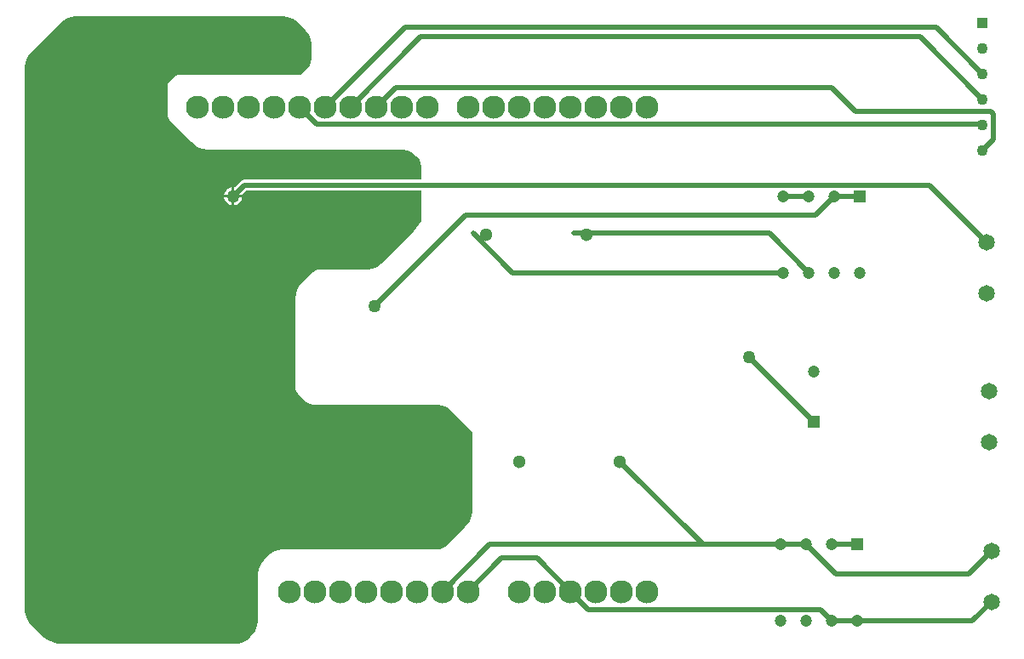
<source format=gbr>
G04*
G04 #@! TF.GenerationSoftware,Altium Limited,Altium Designer,24.10.1 (45)*
G04*
G04 Layer_Physical_Order=2*
G04 Layer_Color=16711680*
%FSLAX44Y44*%
%MOMM*%
G71*
G04*
G04 #@! TF.SameCoordinates,6965692F-E9A8-49B1-8EC0-743354621B2D*
G04*
G04*
G04 #@! TF.FilePolarity,Positive*
G04*
G01*
G75*
%ADD30C,0.5080*%
%ADD31C,1.3000*%
%ADD32C,2.3000*%
%ADD33R,1.1000X1.1000*%
%ADD34C,1.1000*%
%ADD35C,1.6500*%
%ADD36R,1.2000X1.2000*%
%ADD37C,1.2000*%
%ADD38C,1.2700*%
G36*
X873823Y1086779D02*
X878445Y1084864D01*
X882606Y1082085D01*
X884374Y1080315D01*
X884374Y1080315D01*
X891584Y1073105D01*
X894364Y1068945D01*
X896279Y1064323D01*
X897255Y1059416D01*
Y1044335D01*
X896666Y1041373D01*
X895510Y1038583D01*
X893833Y1036073D01*
X888063Y1030303D01*
X887353Y1029828D01*
X886564Y1029502D01*
X885726Y1029335D01*
X767715D01*
X766513Y1029276D01*
X764155Y1028807D01*
X761934Y1027887D01*
X759935Y1026551D01*
X759043Y1025743D01*
X753745Y1020445D01*
Y989965D01*
X753789Y989063D01*
X754141Y987295D01*
X754831Y985629D01*
X755833Y984130D01*
X756439Y983461D01*
X778055Y961844D01*
X779902Y960171D01*
X784043Y957404D01*
X788643Y955499D01*
X793526Y954527D01*
X796016Y954405D01*
X988200D01*
X992389Y953572D01*
X996334Y951937D01*
X999885Y949565D01*
X1001395Y948055D01*
X1002603Y946847D01*
X1004501Y944006D01*
X1005808Y940850D01*
X1006475Y937499D01*
Y924406D01*
X830326D01*
X828344Y924011D01*
X826664Y922888D01*
X820632Y916857D01*
X820420Y916913D01*
Y909320D01*
X828013D01*
X827957Y909532D01*
X832471Y914046D01*
X1006475D01*
Y883285D01*
X998855Y873125D01*
X968195Y842465D01*
X966425Y840695D01*
X962265Y837916D01*
X957643Y836001D01*
X952736Y835025D01*
X904875D01*
X903973Y834981D01*
X902477Y834683D01*
X902205Y834629D01*
X902205Y834629D01*
X900539Y833939D01*
X900539Y833939D01*
X899040Y832937D01*
X898371Y832331D01*
X898371Y832331D01*
Y832331D01*
X888185Y822144D01*
X886510Y820298D01*
X883744Y816157D01*
X881839Y811557D01*
X880867Y806674D01*
X880745Y804184D01*
Y719455D01*
X880804Y718253D01*
X881273Y715895D01*
X882193Y713674D01*
X882194Y713672D01*
X883529Y711675D01*
X884337Y710783D01*
X884337Y710783D01*
X884337Y710783D01*
X890905Y704215D01*
X891851Y703358D01*
X893971Y701941D01*
X896327Y700965D01*
X898828Y700468D01*
X900103Y700405D01*
X1022586D01*
X1027493Y699429D01*
X1032115Y697514D01*
X1036275Y694734D01*
X1038045Y692965D01*
X1038045Y692965D01*
X1057275Y673735D01*
Y596626D01*
Y594124D01*
X1056299Y589217D01*
X1054384Y584595D01*
X1052954Y582454D01*
X1049836Y578666D01*
X1049836D01*
X1049836Y578666D01*
X1030001Y558831D01*
X1028581Y557882D01*
X1027002Y557228D01*
X1025327Y556895D01*
X870946D01*
X868456Y556773D01*
X863573Y555801D01*
X858973Y553896D01*
X856822Y552459D01*
X854832Y551129D01*
X852986Y549456D01*
X852986Y549456D01*
X852984Y549454D01*
X851355Y547825D01*
X849683Y545980D01*
X849680Y545978D01*
X849559Y545795D01*
X846914Y541837D01*
X845009Y537237D01*
X844037Y532354D01*
X843915Y529864D01*
Y487406D01*
Y484904D01*
X842939Y479997D01*
X841024Y475375D01*
X839594Y473234D01*
X836476Y469446D01*
D01*
X832783Y466096D01*
X830976Y464889D01*
X827820Y463582D01*
X824469Y462915D01*
X644649D01*
X639910Y463858D01*
X635447Y465707D01*
X631429Y468391D01*
X629721Y470099D01*
Y470099D01*
X617855Y481965D01*
X616345Y483475D01*
X613973Y487026D01*
X612338Y490971D01*
X611505Y495160D01*
Y497295D01*
Y1034054D01*
Y1036556D01*
X612481Y1041463D01*
X614396Y1046085D01*
X617175Y1050246D01*
X618945Y1052014D01*
Y1052014D01*
X647245Y1080315D01*
X649015Y1082085D01*
X653175Y1084864D01*
X657797Y1086779D01*
X662704Y1087755D01*
X868916D01*
X873823Y1086779D01*
D02*
G37*
%LPC*%
G36*
X817880Y916913D02*
X815719Y916334D01*
X813691Y915164D01*
X812036Y913509D01*
X810866Y911481D01*
X810287Y909320D01*
X817880D01*
Y916913D01*
D02*
G37*
G36*
X828013Y906780D02*
X820420D01*
Y899187D01*
X822581Y899766D01*
X824609Y900936D01*
X826264Y902591D01*
X827434Y904619D01*
X828013Y906780D01*
D02*
G37*
G36*
X817880D02*
X810287D01*
X810866Y904619D01*
X812036Y902591D01*
X813691Y900936D01*
X815719Y899766D01*
X817880Y899187D01*
Y906780D01*
D02*
G37*
%LPD*%
D30*
X1157910Y871220D02*
X1352550D01*
X1074420Y561340D02*
X1286180D01*
X902208Y979932D02*
X1564640D01*
X1440180Y485140D02*
X1554480D01*
X1573530Y504190D01*
X1332230Y748030D02*
X1397000Y683260D01*
X1511554Y919226D02*
X1568450Y862330D01*
X830326Y919226D02*
X1511554D01*
X819150Y908050D02*
X830326Y919226D01*
X1398270Y889000D02*
X1417320Y908050D01*
X1050290Y889000D02*
X1398270D01*
X960120Y798830D02*
X1050290Y889000D01*
X1027430Y514350D02*
X1074420Y561340D01*
X935990Y996950D02*
X1005840Y1066800D01*
X1502410D01*
X1564640Y1004570D01*
X961390Y996950D02*
X980694Y1016254D01*
X1414526D01*
X1438402Y992378D01*
X1572768D01*
X1575308Y989838D01*
Y964438D02*
Y989838D01*
X1564640Y953770D02*
X1575308Y964438D01*
X1286180Y561340D02*
X1363980D01*
X1203630Y643890D02*
X1286180Y561340D01*
X1352550Y871220D02*
X1391920Y831850D01*
X1097280D02*
X1366520D01*
X1057910Y871220D02*
X1097280Y831850D01*
X1154430Y514350D02*
X1172464Y496316D01*
X1403604D01*
X1414780Y485140D01*
X910590Y996950D02*
X989838Y1076198D01*
X1518412D01*
X1564640Y1029970D01*
X1389380Y561340D02*
X1418590Y532130D01*
X1550670D01*
X1573530Y554990D01*
X1564640Y979170D02*
Y979932D01*
X885190Y996950D02*
X902208Y979932D01*
X1121156Y547624D02*
X1154430Y514350D01*
X1086104Y547624D02*
X1121156D01*
X1052830Y514350D02*
X1086104Y547624D01*
X1414780Y485140D02*
X1440180D01*
X1363980Y561340D02*
X1389380D01*
X1417320Y908050D02*
X1442720D01*
X1414780Y561340D02*
X1440180D01*
X1366520Y908050D02*
X1391920D01*
D31*
X1170610Y869950D02*
D03*
X1070610D02*
D03*
X1103630Y643890D02*
D03*
X1203630D02*
D03*
D32*
X1052830Y996950D02*
D03*
X1078230D02*
D03*
X1103630D02*
D03*
X1129030D02*
D03*
X1154430D02*
D03*
X1179830D02*
D03*
X1205230D02*
D03*
X1230630D02*
D03*
X783590D02*
D03*
X808990D02*
D03*
X834390D02*
D03*
X859790D02*
D03*
X885190D02*
D03*
X910590D02*
D03*
X935990D02*
D03*
X961390D02*
D03*
X986790D02*
D03*
X1012190D02*
D03*
X1230630Y514350D02*
D03*
X1205230D02*
D03*
X1179830D02*
D03*
X1154430D02*
D03*
X1129030D02*
D03*
X1103630D02*
D03*
X1052830D02*
D03*
X1027430D02*
D03*
X1002030D02*
D03*
X976630D02*
D03*
X951230D02*
D03*
X925830D02*
D03*
X900430D02*
D03*
X875030D02*
D03*
D33*
X1564640Y1080770D02*
D03*
D34*
Y1055370D02*
D03*
Y1029970D02*
D03*
Y1004570D02*
D03*
Y979170D02*
D03*
Y953770D02*
D03*
D35*
X1570990Y662940D02*
D03*
Y713740D02*
D03*
X1568450Y811530D02*
D03*
Y862330D02*
D03*
X1573530Y504190D02*
D03*
Y554990D02*
D03*
D36*
X1397000Y683260D02*
D03*
X1442720Y908050D02*
D03*
X1440180Y561340D02*
D03*
D37*
X1397000Y733260D02*
D03*
X1442720Y831850D02*
D03*
X1417320D02*
D03*
X1391920D02*
D03*
X1366520D02*
D03*
Y908050D02*
D03*
X1391920D02*
D03*
X1417320D02*
D03*
X1440180Y485140D02*
D03*
X1414780D02*
D03*
X1389380D02*
D03*
X1363980D02*
D03*
Y561340D02*
D03*
X1389380D02*
D03*
X1414780D02*
D03*
D38*
X1041400Y673100D02*
D03*
X1047750Y660400D02*
D03*
X1041400Y647700D02*
D03*
X1047750Y635000D02*
D03*
X1041400Y622300D02*
D03*
X1047750Y609600D02*
D03*
X1041400Y596900D02*
D03*
X1028700Y673100D02*
D03*
X1035050Y660400D02*
D03*
X1028700Y647700D02*
D03*
X1035050Y635000D02*
D03*
X1028700Y622300D02*
D03*
X1035050Y609600D02*
D03*
X1028700Y596900D02*
D03*
X1035050Y584200D02*
D03*
X1028700Y571500D02*
D03*
X1022350Y685800D02*
D03*
X1016000Y673100D02*
D03*
X1022350Y660400D02*
D03*
X1016000Y647700D02*
D03*
X1022350Y635000D02*
D03*
X1016000Y622300D02*
D03*
X1022350Y609600D02*
D03*
X1016000Y596900D02*
D03*
X1022350Y584200D02*
D03*
X1016000Y571500D02*
D03*
X1009650Y685800D02*
D03*
X1003300Y673100D02*
D03*
X1009650Y660400D02*
D03*
X1003300Y647700D02*
D03*
X1009650Y635000D02*
D03*
X1003300Y622300D02*
D03*
X1009650Y609600D02*
D03*
X1003300Y596900D02*
D03*
X1009650Y584200D02*
D03*
X1003300Y571500D02*
D03*
X990600Y901700D02*
D03*
X996950Y889000D02*
D03*
X990600Y876300D02*
D03*
X996950Y685800D02*
D03*
X990600Y673100D02*
D03*
X996950Y660400D02*
D03*
X990600Y647700D02*
D03*
X996950Y635000D02*
D03*
X990600Y622300D02*
D03*
X996950Y609600D02*
D03*
X990600Y596900D02*
D03*
X996950Y584200D02*
D03*
X990600Y571500D02*
D03*
X984250Y939800D02*
D03*
X977900Y901700D02*
D03*
X984250Y889000D02*
D03*
X977900Y876300D02*
D03*
X984250Y685800D02*
D03*
X977900Y673100D02*
D03*
X984250Y660400D02*
D03*
X977900Y647700D02*
D03*
X984250Y635000D02*
D03*
X977900Y622300D02*
D03*
X984250Y609600D02*
D03*
X977900Y596900D02*
D03*
X984250Y584200D02*
D03*
X977900Y571500D02*
D03*
X971550Y939800D02*
D03*
X965200Y901700D02*
D03*
X971550Y889000D02*
D03*
X965200Y876300D02*
D03*
X971550Y863600D02*
D03*
X965200Y850900D02*
D03*
X971550Y685800D02*
D03*
X965200Y673100D02*
D03*
X971550Y660400D02*
D03*
X965200Y647700D02*
D03*
X971550Y635000D02*
D03*
X965200Y622300D02*
D03*
X971550Y609600D02*
D03*
X965200Y596900D02*
D03*
X971550Y584200D02*
D03*
X965200Y571500D02*
D03*
X958850Y939800D02*
D03*
X952500Y901700D02*
D03*
X958850Y889000D02*
D03*
X952500Y876300D02*
D03*
X958850Y863600D02*
D03*
X952500Y850900D02*
D03*
X958850Y685800D02*
D03*
X952500Y673100D02*
D03*
X958850Y660400D02*
D03*
X952500Y647700D02*
D03*
X958850Y635000D02*
D03*
X952500Y622300D02*
D03*
X958850Y609600D02*
D03*
X952500Y596900D02*
D03*
X958850Y584200D02*
D03*
X952500Y571500D02*
D03*
X946150Y939800D02*
D03*
X939800Y901700D02*
D03*
X946150Y889000D02*
D03*
X939800Y876300D02*
D03*
X946150Y863600D02*
D03*
X939800Y850900D02*
D03*
X946150Y685800D02*
D03*
X939800Y673100D02*
D03*
X946150Y660400D02*
D03*
X939800Y647700D02*
D03*
X946150Y635000D02*
D03*
X939800Y622300D02*
D03*
X946150Y609600D02*
D03*
X939800Y596900D02*
D03*
X946150Y584200D02*
D03*
X939800Y571500D02*
D03*
X933450Y939800D02*
D03*
X927100Y901700D02*
D03*
X933450Y889000D02*
D03*
X927100Y876300D02*
D03*
X933450Y863600D02*
D03*
X927100Y850900D02*
D03*
X933450Y685800D02*
D03*
X927100Y673100D02*
D03*
X933450Y660400D02*
D03*
X927100Y647700D02*
D03*
X933450Y635000D02*
D03*
X927100Y622300D02*
D03*
X933450Y609600D02*
D03*
X927100Y596900D02*
D03*
X933450Y584200D02*
D03*
X927100Y571500D02*
D03*
X920750Y939800D02*
D03*
X914400Y901700D02*
D03*
X920750Y889000D02*
D03*
X914400Y876300D02*
D03*
X920750Y863600D02*
D03*
X914400Y850900D02*
D03*
X920750Y685800D02*
D03*
X914400Y673100D02*
D03*
X920750Y660400D02*
D03*
X914400Y647700D02*
D03*
X920750Y635000D02*
D03*
X914400Y622300D02*
D03*
X920750Y609600D02*
D03*
X914400Y596900D02*
D03*
X920750Y584200D02*
D03*
X914400Y571500D02*
D03*
X908050Y939800D02*
D03*
X901700Y901700D02*
D03*
X908050Y889000D02*
D03*
X901700Y876300D02*
D03*
X908050Y863600D02*
D03*
X901700Y850900D02*
D03*
X908050Y685800D02*
D03*
X901700Y673100D02*
D03*
X908050Y660400D02*
D03*
X901700Y647700D02*
D03*
X908050Y635000D02*
D03*
X901700Y622300D02*
D03*
X908050Y609600D02*
D03*
X901700Y596900D02*
D03*
X908050Y584200D02*
D03*
X901700Y571500D02*
D03*
X895350Y939800D02*
D03*
X889000Y901700D02*
D03*
X895350Y889000D02*
D03*
X889000Y876300D02*
D03*
X895350Y863600D02*
D03*
X889000Y850900D02*
D03*
X895350Y685800D02*
D03*
X889000Y673100D02*
D03*
X895350Y660400D02*
D03*
X889000Y647700D02*
D03*
X895350Y635000D02*
D03*
X889000Y622300D02*
D03*
X895350Y609600D02*
D03*
X889000Y596900D02*
D03*
X895350Y584200D02*
D03*
X889000Y571500D02*
D03*
X882650Y1066800D02*
D03*
X876300Y1054100D02*
D03*
X882650Y1041400D02*
D03*
Y939800D02*
D03*
X876300Y901700D02*
D03*
X882650Y889000D02*
D03*
X876300Y876300D02*
D03*
X882650Y863600D02*
D03*
X876300Y850900D02*
D03*
X882650Y838200D02*
D03*
X876300Y825500D02*
D03*
Y698500D02*
D03*
X882650Y685800D02*
D03*
X876300Y673100D02*
D03*
X882650Y660400D02*
D03*
X876300Y647700D02*
D03*
X882650Y635000D02*
D03*
X876300Y622300D02*
D03*
X882650Y609600D02*
D03*
X876300Y596900D02*
D03*
X882650Y584200D02*
D03*
X876300Y571500D02*
D03*
X863600Y1079500D02*
D03*
X869950Y1066800D02*
D03*
X863600Y1054100D02*
D03*
X869950Y1041400D02*
D03*
Y939800D02*
D03*
X863600Y901700D02*
D03*
X869950Y889000D02*
D03*
X863600Y876300D02*
D03*
X869950Y863600D02*
D03*
X863600Y850900D02*
D03*
Y698500D02*
D03*
X869950Y685800D02*
D03*
X863600Y673100D02*
D03*
X869950Y660400D02*
D03*
X863600Y647700D02*
D03*
X869950Y635000D02*
D03*
X863600Y622300D02*
D03*
X869950Y609600D02*
D03*
X863600Y596900D02*
D03*
X869950Y584200D02*
D03*
X863600Y571500D02*
D03*
X850900Y1079500D02*
D03*
X857250Y1066800D02*
D03*
X850900Y1054100D02*
D03*
X857250Y1041400D02*
D03*
Y939800D02*
D03*
X850900Y901700D02*
D03*
X857250Y889000D02*
D03*
X850900Y876300D02*
D03*
X857250Y863600D02*
D03*
X850900Y850900D02*
D03*
Y698500D02*
D03*
X857250Y685800D02*
D03*
X850900Y673100D02*
D03*
X857250Y660400D02*
D03*
X850900Y647700D02*
D03*
X857250Y635000D02*
D03*
X850900Y622300D02*
D03*
X857250Y609600D02*
D03*
X850900Y596900D02*
D03*
X857250Y584200D02*
D03*
X850900Y571500D02*
D03*
X838200Y1079500D02*
D03*
X844550Y1066800D02*
D03*
X838200Y1054100D02*
D03*
X844550Y1041400D02*
D03*
Y939800D02*
D03*
X838200Y901700D02*
D03*
X844550Y889000D02*
D03*
X838200Y876300D02*
D03*
X844550Y863600D02*
D03*
X838200Y850900D02*
D03*
Y698500D02*
D03*
X844550Y685800D02*
D03*
X838200Y673100D02*
D03*
X844550Y660400D02*
D03*
X838200Y647700D02*
D03*
X844550Y635000D02*
D03*
X838200Y622300D02*
D03*
X844550Y609600D02*
D03*
X838200Y596900D02*
D03*
X844550Y584200D02*
D03*
X838200Y571500D02*
D03*
X844550Y558800D02*
D03*
X838200Y546100D02*
D03*
X825500Y1079500D02*
D03*
X831850Y1066800D02*
D03*
X825500Y1054100D02*
D03*
X831850Y1041400D02*
D03*
Y939800D02*
D03*
Y889000D02*
D03*
Y863600D02*
D03*
X825500Y698500D02*
D03*
X831850Y685800D02*
D03*
X825500Y673100D02*
D03*
X831850Y660400D02*
D03*
X825500Y647700D02*
D03*
X831850Y635000D02*
D03*
X825500Y622300D02*
D03*
X831850Y609600D02*
D03*
X825500Y596900D02*
D03*
X831850Y584200D02*
D03*
X825500Y571500D02*
D03*
X831850Y558800D02*
D03*
X825500Y546100D02*
D03*
X831850Y533400D02*
D03*
X825500Y520700D02*
D03*
X831850Y508000D02*
D03*
X825500Y495300D02*
D03*
X831850Y482600D02*
D03*
X825500Y469900D02*
D03*
X812800Y1079500D02*
D03*
X819150Y1066800D02*
D03*
X812800Y1054100D02*
D03*
X819150Y1041400D02*
D03*
Y939800D02*
D03*
X812800Y927100D02*
D03*
Y698500D02*
D03*
X819150Y685800D02*
D03*
X812800Y673100D02*
D03*
X819150Y660400D02*
D03*
X812800Y647700D02*
D03*
X819150Y635000D02*
D03*
X812800Y622300D02*
D03*
X819150Y609600D02*
D03*
X812800Y596900D02*
D03*
X819150Y584200D02*
D03*
X812800Y571500D02*
D03*
X819150Y558800D02*
D03*
X812800Y546100D02*
D03*
X819150Y533400D02*
D03*
X812800Y520700D02*
D03*
X819150Y508000D02*
D03*
X812800Y495300D02*
D03*
X819150Y482600D02*
D03*
X812800Y469900D02*
D03*
X800100Y1079500D02*
D03*
X806450Y1066800D02*
D03*
X800100Y1054100D02*
D03*
X806450Y1041400D02*
D03*
Y939800D02*
D03*
X800100Y927100D02*
D03*
Y901700D02*
D03*
X806450Y889000D02*
D03*
X800100Y876300D02*
D03*
X806450Y863600D02*
D03*
X800100Y850900D02*
D03*
Y698500D02*
D03*
X806450Y685800D02*
D03*
X800100Y673100D02*
D03*
X806450Y660400D02*
D03*
X800100Y647700D02*
D03*
X806450Y635000D02*
D03*
X800100Y622300D02*
D03*
X806450Y609600D02*
D03*
X800100Y596900D02*
D03*
X806450Y584200D02*
D03*
X800100Y571500D02*
D03*
X806450Y558800D02*
D03*
X800100Y546100D02*
D03*
X806450Y533400D02*
D03*
X800100Y520700D02*
D03*
X806450Y508000D02*
D03*
X800100Y495300D02*
D03*
X806450Y482600D02*
D03*
X800100Y469900D02*
D03*
X787400Y1079500D02*
D03*
X793750Y1066800D02*
D03*
X787400Y1054100D02*
D03*
X793750Y1041400D02*
D03*
Y939800D02*
D03*
X787400Y927100D02*
D03*
X793750Y914400D02*
D03*
X787400Y901700D02*
D03*
X793750Y889000D02*
D03*
X787400Y876300D02*
D03*
X793750Y863600D02*
D03*
X787400Y850900D02*
D03*
Y698500D02*
D03*
X793750Y685800D02*
D03*
X787400Y673100D02*
D03*
X793750Y660400D02*
D03*
X787400Y647700D02*
D03*
X793750Y635000D02*
D03*
X787400Y622300D02*
D03*
X793750Y609600D02*
D03*
X787400Y596900D02*
D03*
X793750Y584200D02*
D03*
X787400Y571500D02*
D03*
X793750Y558800D02*
D03*
X787400Y546100D02*
D03*
X793750Y533400D02*
D03*
X787400Y520700D02*
D03*
X793750Y508000D02*
D03*
X787400Y495300D02*
D03*
X793750Y482600D02*
D03*
X787400Y469900D02*
D03*
X774700Y1079500D02*
D03*
X781050Y1066800D02*
D03*
X774700Y1054100D02*
D03*
X781050Y1041400D02*
D03*
X774700Y952500D02*
D03*
X781050Y939800D02*
D03*
X774700Y927100D02*
D03*
X781050Y914400D02*
D03*
X774700Y901700D02*
D03*
X781050Y889000D02*
D03*
X774700Y876300D02*
D03*
X781050Y863600D02*
D03*
X774700Y850900D02*
D03*
Y698500D02*
D03*
X781050Y685800D02*
D03*
X774700Y673100D02*
D03*
X781050Y660400D02*
D03*
X774700Y647700D02*
D03*
X781050Y635000D02*
D03*
X774700Y622300D02*
D03*
X781050Y609600D02*
D03*
X774700Y596900D02*
D03*
X781050Y584200D02*
D03*
X774700Y571500D02*
D03*
X781050Y558800D02*
D03*
X774700Y546100D02*
D03*
X781050Y533400D02*
D03*
X774700Y520700D02*
D03*
X781050Y508000D02*
D03*
X774700Y495300D02*
D03*
X781050Y482600D02*
D03*
X774700Y469900D02*
D03*
X762000Y1079500D02*
D03*
X768350Y1066800D02*
D03*
X762000Y1054100D02*
D03*
X768350Y1041400D02*
D03*
X762000Y952500D02*
D03*
X768350Y939800D02*
D03*
X762000Y927100D02*
D03*
X768350Y914400D02*
D03*
X762000Y901700D02*
D03*
X768350Y889000D02*
D03*
X762000Y876300D02*
D03*
X768350Y863600D02*
D03*
X762000Y850900D02*
D03*
Y825500D02*
D03*
Y800100D02*
D03*
Y774700D02*
D03*
Y749300D02*
D03*
Y723900D02*
D03*
Y698500D02*
D03*
X768350Y685800D02*
D03*
X762000Y673100D02*
D03*
X768350Y660400D02*
D03*
X762000Y647700D02*
D03*
X768350Y635000D02*
D03*
X762000Y622300D02*
D03*
X768350Y609600D02*
D03*
X762000Y596900D02*
D03*
X768350Y584200D02*
D03*
X762000Y571500D02*
D03*
X768350Y558800D02*
D03*
X762000Y546100D02*
D03*
X768350Y533400D02*
D03*
X762000Y520700D02*
D03*
X768350Y508000D02*
D03*
X762000Y495300D02*
D03*
X768350Y482600D02*
D03*
X762000Y469900D02*
D03*
X749300Y1079500D02*
D03*
X755650Y1066800D02*
D03*
X749300Y1054100D02*
D03*
X755650Y1041400D02*
D03*
X749300Y1028700D02*
D03*
X755650Y965200D02*
D03*
X749300Y952500D02*
D03*
X755650Y939800D02*
D03*
X749300Y927100D02*
D03*
X755650Y914400D02*
D03*
X749300Y901700D02*
D03*
X755650Y889000D02*
D03*
X749300Y876300D02*
D03*
X755650Y863600D02*
D03*
X749300Y850900D02*
D03*
X755650Y838200D02*
D03*
X749300Y825500D02*
D03*
X755650Y812800D02*
D03*
X749300Y800100D02*
D03*
X755650Y787400D02*
D03*
X749300Y774700D02*
D03*
X755650Y762000D02*
D03*
X749300Y749300D02*
D03*
X755650Y736600D02*
D03*
X749300Y723900D02*
D03*
X755650Y711200D02*
D03*
X749300Y698500D02*
D03*
X755650Y685800D02*
D03*
X749300Y673100D02*
D03*
X755650Y660400D02*
D03*
X749300Y647700D02*
D03*
X755650Y635000D02*
D03*
X749300Y622300D02*
D03*
X755650Y609600D02*
D03*
X749300Y596900D02*
D03*
X755650Y584200D02*
D03*
X749300Y571500D02*
D03*
X755650Y558800D02*
D03*
X749300Y546100D02*
D03*
X755650Y533400D02*
D03*
X749300Y520700D02*
D03*
X755650Y508000D02*
D03*
X749300Y495300D02*
D03*
X755650Y482600D02*
D03*
X749300Y469900D02*
D03*
X736600Y1079500D02*
D03*
X742950Y1066800D02*
D03*
X736600Y1054100D02*
D03*
X742950Y1041400D02*
D03*
X736600Y1028700D02*
D03*
X742950Y1016000D02*
D03*
X736600Y1003300D02*
D03*
X742950Y990600D02*
D03*
X736600Y977900D02*
D03*
X742950Y965200D02*
D03*
X736600Y952500D02*
D03*
X742950Y939800D02*
D03*
X736600Y927100D02*
D03*
X742950Y914400D02*
D03*
X736600Y901700D02*
D03*
X742950Y889000D02*
D03*
X736600Y876300D02*
D03*
X742950Y863600D02*
D03*
X736600Y850900D02*
D03*
X742950Y838200D02*
D03*
X736600Y825500D02*
D03*
X742950Y812800D02*
D03*
X736600Y800100D02*
D03*
X742950Y787400D02*
D03*
X736600Y774700D02*
D03*
X742950Y762000D02*
D03*
X736600Y749300D02*
D03*
X742950Y736600D02*
D03*
X736600Y723900D02*
D03*
X742950Y711200D02*
D03*
X736600Y698500D02*
D03*
X742950Y685800D02*
D03*
X736600Y673100D02*
D03*
X742950Y660400D02*
D03*
X736600Y647700D02*
D03*
X742950Y635000D02*
D03*
X736600Y622300D02*
D03*
X742950Y609600D02*
D03*
X736600Y596900D02*
D03*
X742950Y584200D02*
D03*
X736600Y571500D02*
D03*
X742950Y558800D02*
D03*
X736600Y546100D02*
D03*
X742950Y533400D02*
D03*
X736600Y520700D02*
D03*
X742950Y508000D02*
D03*
X736600Y495300D02*
D03*
X742950Y482600D02*
D03*
X736600Y469900D02*
D03*
X723900Y1079500D02*
D03*
X730250Y1066800D02*
D03*
X723900Y1054100D02*
D03*
X730250Y1041400D02*
D03*
X723900Y1028700D02*
D03*
X730250Y1016000D02*
D03*
X723900Y1003300D02*
D03*
X730250Y990600D02*
D03*
X723900Y977900D02*
D03*
X730250Y965200D02*
D03*
X723900Y952500D02*
D03*
X730250Y939800D02*
D03*
X723900Y927100D02*
D03*
X730250Y914400D02*
D03*
X723900Y901700D02*
D03*
X730250Y889000D02*
D03*
X723900Y876300D02*
D03*
X730250Y863600D02*
D03*
X723900Y850900D02*
D03*
X730250Y838200D02*
D03*
X723900Y825500D02*
D03*
X730250Y812800D02*
D03*
X723900Y800100D02*
D03*
X730250Y787400D02*
D03*
X723900Y774700D02*
D03*
X730250Y762000D02*
D03*
X723900Y749300D02*
D03*
X730250Y736600D02*
D03*
X723900Y723900D02*
D03*
X730250Y711200D02*
D03*
X723900Y698500D02*
D03*
X730250Y685800D02*
D03*
X723900Y673100D02*
D03*
X730250Y660400D02*
D03*
X723900Y647700D02*
D03*
X730250Y635000D02*
D03*
X723900Y622300D02*
D03*
X730250Y609600D02*
D03*
X723900Y596900D02*
D03*
X730250Y584200D02*
D03*
X723900Y571500D02*
D03*
X730250Y558800D02*
D03*
X723900Y546100D02*
D03*
X730250Y533400D02*
D03*
X723900Y520700D02*
D03*
X730250Y508000D02*
D03*
X723900Y495300D02*
D03*
X730250Y482600D02*
D03*
X723900Y469900D02*
D03*
X711200Y1079500D02*
D03*
X717550Y1066800D02*
D03*
X711200Y1054100D02*
D03*
X717550Y1041400D02*
D03*
X711200Y1028700D02*
D03*
X717550Y1016000D02*
D03*
X711200Y1003300D02*
D03*
X717550Y990600D02*
D03*
X711200Y977900D02*
D03*
X717550Y965200D02*
D03*
X711200Y952500D02*
D03*
X717550Y939800D02*
D03*
X711200Y927100D02*
D03*
X717550Y914400D02*
D03*
X711200Y901700D02*
D03*
X717550Y889000D02*
D03*
X711200Y876300D02*
D03*
X717550Y863600D02*
D03*
X711200Y850900D02*
D03*
X717550Y838200D02*
D03*
X711200Y825500D02*
D03*
X717550Y812800D02*
D03*
X711200Y800100D02*
D03*
X717550Y787400D02*
D03*
X711200Y774700D02*
D03*
X717550Y762000D02*
D03*
X711200Y749300D02*
D03*
X717550Y736600D02*
D03*
X711200Y723900D02*
D03*
X717550Y711200D02*
D03*
X711200Y698500D02*
D03*
X717550Y685800D02*
D03*
X711200Y673100D02*
D03*
X717550Y660400D02*
D03*
X711200Y647700D02*
D03*
X717550Y635000D02*
D03*
X711200Y622300D02*
D03*
X717550Y609600D02*
D03*
X711200Y596900D02*
D03*
X717550Y584200D02*
D03*
X711200Y571500D02*
D03*
X717550Y558800D02*
D03*
X711200Y546100D02*
D03*
X717550Y533400D02*
D03*
X711200Y520700D02*
D03*
X717550Y508000D02*
D03*
X711200Y495300D02*
D03*
X717550Y482600D02*
D03*
X711200Y469900D02*
D03*
X698500Y1079500D02*
D03*
X704850Y1066800D02*
D03*
X698500Y1054100D02*
D03*
X704850Y1041400D02*
D03*
X698500Y1028700D02*
D03*
X704850Y1016000D02*
D03*
X698500Y1003300D02*
D03*
X704850Y990600D02*
D03*
X698500Y977900D02*
D03*
X704850Y965200D02*
D03*
X698500Y952500D02*
D03*
X704850Y939800D02*
D03*
X698500Y927100D02*
D03*
X704850Y914400D02*
D03*
X698500Y901700D02*
D03*
X704850Y889000D02*
D03*
X698500Y876300D02*
D03*
X704850Y863600D02*
D03*
X698500Y850900D02*
D03*
X704850Y838200D02*
D03*
X698500Y825500D02*
D03*
X704850Y812800D02*
D03*
X698500Y800100D02*
D03*
X704850Y787400D02*
D03*
X698500Y774700D02*
D03*
X704850Y762000D02*
D03*
X698500Y749300D02*
D03*
X704850Y736600D02*
D03*
X698500Y723900D02*
D03*
X704850Y711200D02*
D03*
X698500Y698500D02*
D03*
X704850Y685800D02*
D03*
X698500Y673100D02*
D03*
X704850Y660400D02*
D03*
X698500Y647700D02*
D03*
X704850Y635000D02*
D03*
X698500Y622300D02*
D03*
X704850Y609600D02*
D03*
X698500Y596900D02*
D03*
X704850Y584200D02*
D03*
X698500Y571500D02*
D03*
X704850Y558800D02*
D03*
X698500Y546100D02*
D03*
X704850Y533400D02*
D03*
X698500Y520700D02*
D03*
X704850Y508000D02*
D03*
X698500Y495300D02*
D03*
X704850Y482600D02*
D03*
X698500Y469900D02*
D03*
X685800Y1079500D02*
D03*
X692150Y1066800D02*
D03*
X685800Y1054100D02*
D03*
X692150Y1041400D02*
D03*
X685800Y1028700D02*
D03*
X692150Y1016000D02*
D03*
X685800Y1003300D02*
D03*
X692150Y990600D02*
D03*
X685800Y977900D02*
D03*
X692150Y965200D02*
D03*
X685800Y952500D02*
D03*
X692150Y939800D02*
D03*
X685800Y927100D02*
D03*
X692150Y914400D02*
D03*
X685800Y901700D02*
D03*
X692150Y889000D02*
D03*
X685800Y876300D02*
D03*
X692150Y863600D02*
D03*
X685800Y850900D02*
D03*
X692150Y838200D02*
D03*
X685800Y825500D02*
D03*
X692150Y812800D02*
D03*
X685800Y800100D02*
D03*
X692150Y787400D02*
D03*
X685800Y774700D02*
D03*
X692150Y762000D02*
D03*
X685800Y749300D02*
D03*
X692150Y736600D02*
D03*
X685800Y723900D02*
D03*
X692150Y711200D02*
D03*
X685800Y698500D02*
D03*
X692150Y685800D02*
D03*
X685800Y673100D02*
D03*
X692150Y660400D02*
D03*
X685800Y647700D02*
D03*
X692150Y635000D02*
D03*
X685800Y622300D02*
D03*
X692150Y609600D02*
D03*
X685800Y596900D02*
D03*
X692150Y584200D02*
D03*
X685800Y571500D02*
D03*
X692150Y558800D02*
D03*
X685800Y546100D02*
D03*
X692150Y533400D02*
D03*
X685800Y520700D02*
D03*
X692150Y508000D02*
D03*
X685800Y495300D02*
D03*
X692150Y482600D02*
D03*
X685800Y469900D02*
D03*
X673100Y1079500D02*
D03*
X679450Y1066800D02*
D03*
X673100Y1054100D02*
D03*
X679450Y1041400D02*
D03*
X673100Y1028700D02*
D03*
X679450Y1016000D02*
D03*
X673100Y1003300D02*
D03*
X679450Y990600D02*
D03*
X673100Y977900D02*
D03*
X679450Y965200D02*
D03*
X673100Y952500D02*
D03*
X679450Y939800D02*
D03*
X673100Y927100D02*
D03*
X679450Y914400D02*
D03*
X673100Y901700D02*
D03*
X679450Y889000D02*
D03*
X673100Y876300D02*
D03*
X679450Y863600D02*
D03*
X673100Y850900D02*
D03*
X679450Y838200D02*
D03*
X673100Y825500D02*
D03*
X679450Y812800D02*
D03*
X673100Y800100D02*
D03*
X679450Y787400D02*
D03*
X673100Y774700D02*
D03*
X679450Y762000D02*
D03*
X673100Y749300D02*
D03*
X679450Y736600D02*
D03*
X673100Y723900D02*
D03*
X679450Y711200D02*
D03*
X673100Y698500D02*
D03*
X679450Y685800D02*
D03*
X673100Y673100D02*
D03*
X679450Y660400D02*
D03*
X673100Y647700D02*
D03*
X679450Y635000D02*
D03*
X673100Y622300D02*
D03*
X679450Y609600D02*
D03*
X673100Y596900D02*
D03*
X679450Y584200D02*
D03*
X673100Y571500D02*
D03*
X679450Y558800D02*
D03*
X673100Y546100D02*
D03*
X679450Y533400D02*
D03*
X673100Y520700D02*
D03*
X679450Y508000D02*
D03*
X673100Y495300D02*
D03*
X679450Y482600D02*
D03*
X673100Y469900D02*
D03*
X660400Y1079500D02*
D03*
X666750Y1066800D02*
D03*
X660400Y1054100D02*
D03*
X666750Y1041400D02*
D03*
X660400Y1028700D02*
D03*
X666750Y1016000D02*
D03*
X660400Y1003300D02*
D03*
X666750Y990600D02*
D03*
X660400Y977900D02*
D03*
X666750Y965200D02*
D03*
X660400Y952500D02*
D03*
X666750Y939800D02*
D03*
X660400Y927100D02*
D03*
X666750Y914400D02*
D03*
X660400Y901700D02*
D03*
X666750Y889000D02*
D03*
X660400Y876300D02*
D03*
X666750Y863600D02*
D03*
X660400Y850900D02*
D03*
X666750Y838200D02*
D03*
X660400Y825500D02*
D03*
X666750Y812800D02*
D03*
X660400Y800100D02*
D03*
X666750Y787400D02*
D03*
X660400Y774700D02*
D03*
X666750Y762000D02*
D03*
X660400Y749300D02*
D03*
X666750Y736600D02*
D03*
X660400Y723900D02*
D03*
X666750Y711200D02*
D03*
X660400Y698500D02*
D03*
X666750Y685800D02*
D03*
X660400Y673100D02*
D03*
X666750Y660400D02*
D03*
X660400Y647700D02*
D03*
X666750Y635000D02*
D03*
X660400Y622300D02*
D03*
X666750Y609600D02*
D03*
X660400Y596900D02*
D03*
X666750Y584200D02*
D03*
X660400Y571500D02*
D03*
X666750Y558800D02*
D03*
X660400Y546100D02*
D03*
X666750Y533400D02*
D03*
X660400Y520700D02*
D03*
X666750Y508000D02*
D03*
X660400Y495300D02*
D03*
X666750Y482600D02*
D03*
X660400Y469900D02*
D03*
X654050Y1066800D02*
D03*
X647700Y1054100D02*
D03*
X654050Y1041400D02*
D03*
X647700Y1028700D02*
D03*
X654050Y1016000D02*
D03*
X647700Y1003300D02*
D03*
X654050Y990600D02*
D03*
X647700Y977900D02*
D03*
X654050Y965200D02*
D03*
X647700Y952500D02*
D03*
X654050Y939800D02*
D03*
X647700Y927100D02*
D03*
X654050Y914400D02*
D03*
X647700Y901700D02*
D03*
X654050Y889000D02*
D03*
X647700Y876300D02*
D03*
X654050Y863600D02*
D03*
X647700Y850900D02*
D03*
X654050Y838200D02*
D03*
X647700Y825500D02*
D03*
X654050Y812800D02*
D03*
X647700Y800100D02*
D03*
X654050Y787400D02*
D03*
X647700Y774700D02*
D03*
X654050Y762000D02*
D03*
X647700Y749300D02*
D03*
X654050Y736600D02*
D03*
X647700Y723900D02*
D03*
X654050Y711200D02*
D03*
X647700Y698500D02*
D03*
X654050Y685800D02*
D03*
X647700Y673100D02*
D03*
X654050Y660400D02*
D03*
X647700Y647700D02*
D03*
X654050Y635000D02*
D03*
X647700Y622300D02*
D03*
X654050Y609600D02*
D03*
X647700Y596900D02*
D03*
X654050Y584200D02*
D03*
X647700Y571500D02*
D03*
X654050Y558800D02*
D03*
X647700Y546100D02*
D03*
X654050Y533400D02*
D03*
X647700Y520700D02*
D03*
X654050Y508000D02*
D03*
X647700Y495300D02*
D03*
X654050Y482600D02*
D03*
X647700Y469900D02*
D03*
X635000Y1054100D02*
D03*
X641350Y1041400D02*
D03*
X635000Y1028700D02*
D03*
X641350Y1016000D02*
D03*
X635000Y1003300D02*
D03*
X641350Y990600D02*
D03*
X635000Y977900D02*
D03*
X641350Y965200D02*
D03*
X635000Y952500D02*
D03*
X641350Y939800D02*
D03*
X635000Y927100D02*
D03*
X641350Y914400D02*
D03*
X635000Y901700D02*
D03*
X641350Y889000D02*
D03*
X635000Y876300D02*
D03*
X641350Y863600D02*
D03*
X635000Y850900D02*
D03*
X641350Y838200D02*
D03*
X635000Y825500D02*
D03*
X641350Y812800D02*
D03*
X635000Y800100D02*
D03*
X641350Y787400D02*
D03*
X635000Y774700D02*
D03*
X641350Y762000D02*
D03*
X635000Y749300D02*
D03*
X641350Y736600D02*
D03*
X635000Y723900D02*
D03*
X641350Y711200D02*
D03*
X635000Y698500D02*
D03*
X641350Y685800D02*
D03*
X635000Y673100D02*
D03*
X641350Y660400D02*
D03*
X635000Y647700D02*
D03*
X641350Y635000D02*
D03*
X635000Y622300D02*
D03*
X641350Y609600D02*
D03*
X635000Y596900D02*
D03*
X641350Y584200D02*
D03*
X635000Y571500D02*
D03*
X641350Y558800D02*
D03*
X635000Y546100D02*
D03*
X641350Y533400D02*
D03*
X635000Y520700D02*
D03*
X641350Y508000D02*
D03*
X635000Y495300D02*
D03*
X641350Y482600D02*
D03*
X628650Y1041400D02*
D03*
X622300Y1028700D02*
D03*
X628650Y1016000D02*
D03*
X622300Y1003300D02*
D03*
X628650Y990600D02*
D03*
X622300Y977900D02*
D03*
X628650Y965200D02*
D03*
X622300Y952500D02*
D03*
X628650Y939800D02*
D03*
X622300Y927100D02*
D03*
X628650Y914400D02*
D03*
X622300Y901700D02*
D03*
X628650Y889000D02*
D03*
X622300Y876300D02*
D03*
X628650Y863600D02*
D03*
X622300Y850900D02*
D03*
X628650Y838200D02*
D03*
X622300Y825500D02*
D03*
X628650Y812800D02*
D03*
X622300Y800100D02*
D03*
X628650Y787400D02*
D03*
X622300Y774700D02*
D03*
X628650Y762000D02*
D03*
X622300Y749300D02*
D03*
X628650Y736600D02*
D03*
X622300Y723900D02*
D03*
X628650Y711200D02*
D03*
X622300Y698500D02*
D03*
X628650Y685800D02*
D03*
X622300Y673100D02*
D03*
X628650Y660400D02*
D03*
X622300Y647700D02*
D03*
X628650Y635000D02*
D03*
X622300Y622300D02*
D03*
X628650Y609600D02*
D03*
X622300Y596900D02*
D03*
X628650Y584200D02*
D03*
X622300Y571500D02*
D03*
X628650Y558800D02*
D03*
X622300Y546100D02*
D03*
X628650Y533400D02*
D03*
X622300Y520700D02*
D03*
X628650Y508000D02*
D03*
X622300Y495300D02*
D03*
X628650Y482600D02*
D03*
X1332230Y748030D02*
D03*
X819150Y908050D02*
D03*
X960120Y798830D02*
D03*
M02*

</source>
